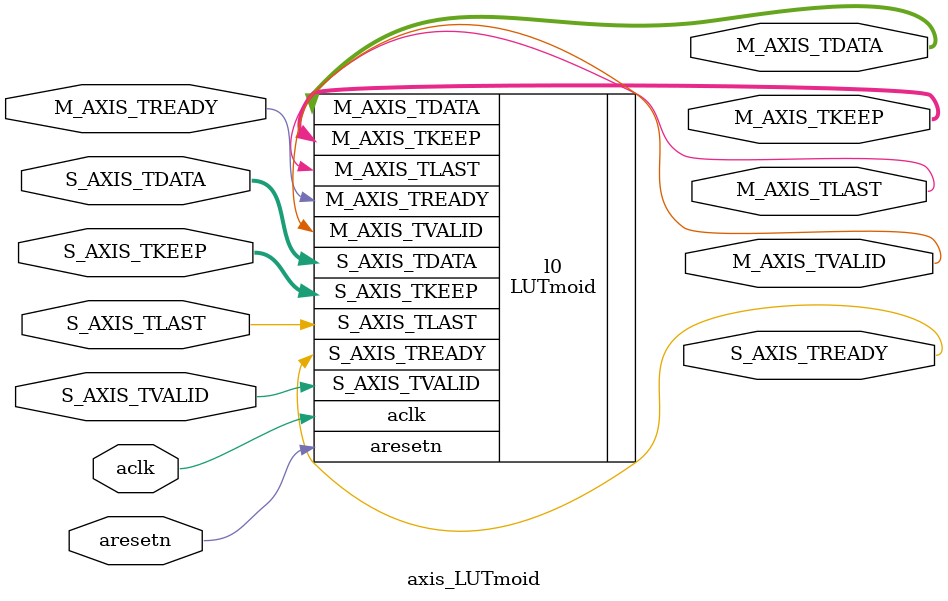
<source format=v>
`timescale 1ns / 1ps


module axis_LUTmoid(

		// AXI4-Stream Interface
		input                           aclk,
		input                           aresetn,
		
		input [31:0]                    S_AXIS_TDATA,
        input [3:0]                     S_AXIS_TKEEP,
        input                           S_AXIS_TLAST,
        input                           S_AXIS_TVALID,
        output                          S_AXIS_TREADY,
        
        		// AXI4-Stream Interface
		output [31:0]                   M_AXIS_TDATA,
        output [3:0]                    M_AXIS_TKEEP,
        output                          M_AXIS_TLAST,
        output                          M_AXIS_TVALID,
        input                           M_AXIS_TREADY
    );
    
    LUTmoid l0 (
    
		// AXI4-Stream Interface
		.aclk(aclk),
		.aresetn(aresetn),
		
		.S_AXIS_TDATA(S_AXIS_TDATA),
        .S_AXIS_TKEEP(S_AXIS_TKEEP),
        .S_AXIS_TLAST(S_AXIS_TLAST),
        .S_AXIS_TVALID(S_AXIS_TVALID),
        .S_AXIS_TREADY(S_AXIS_TREADY),
        
        // AXI4-Stream Interface
		.M_AXIS_TDATA(M_AXIS_TDATA),
        .M_AXIS_TKEEP(M_AXIS_TKEEP),
        .M_AXIS_TLAST(M_AXIS_TLAST),
        .M_AXIS_TVALID(M_AXIS_TVALID),
        .M_AXIS_TREADY(M_AXIS_TREADY)
    );

endmodule

</source>
